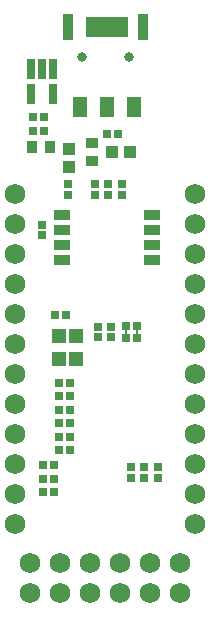
<source format=gbs>
G04 Layer_Color=16711935*
%FSLAX25Y25*%
%MOIN*%
G70*
G01*
G75*
%ADD26C,0.00600*%
%ADD61R,0.04343X0.03556*%
%ADD63R,0.02769X0.02769*%
%ADD64R,0.02769X0.02769*%
%ADD65C,0.03300*%
%ADD66R,0.03800X0.08800*%
%ADD67C,0.06800*%
%ADD69R,0.05800X0.03800*%
%ADD70R,0.02965X0.06509*%
%ADD71R,0.02965X0.06509*%
%ADD72R,0.04737X0.05131*%
%ADD73R,0.03556X0.04343*%
%ADD74R,0.14383X0.06902*%
%ADD75R,0.05131X0.06902*%
%ADD76R,0.05131X0.06902*%
%ADD77R,0.04300X0.04300*%
%ADD78R,0.04300X0.04300*%
D26*
X40642Y62000D02*
Y66000D01*
X37000Y62000D02*
Y66000D01*
D61*
X25500Y126953D02*
D03*
Y121047D02*
D03*
D63*
X40642Y62000D02*
D03*
X37000D02*
D03*
X40642Y66000D02*
D03*
X37000D02*
D03*
X12821Y10500D02*
D03*
X9179D02*
D03*
X14679Y38000D02*
D03*
X18321D02*
D03*
X14679Y33500D02*
D03*
X18321D02*
D03*
X9500Y131000D02*
D03*
X5858D02*
D03*
X9500Y135500D02*
D03*
X5858D02*
D03*
X34104Y130000D02*
D03*
X30463D02*
D03*
X13179Y69500D02*
D03*
X16821D02*
D03*
X9329Y15085D02*
D03*
X12971D02*
D03*
X9329Y19584D02*
D03*
X12971D02*
D03*
X18321Y47000D02*
D03*
X14679D02*
D03*
X18321Y42500D02*
D03*
X14679D02*
D03*
X18321Y29000D02*
D03*
X14679D02*
D03*
X18321Y24500D02*
D03*
X14679D02*
D03*
D64*
X31000Y113321D02*
D03*
Y109679D02*
D03*
X35500Y113321D02*
D03*
Y109679D02*
D03*
X26500Y113321D02*
D03*
Y109679D02*
D03*
X9000Y99821D02*
D03*
Y96179D02*
D03*
X38500Y15358D02*
D03*
Y19000D02*
D03*
X32000Y62179D02*
D03*
Y65821D02*
D03*
X17500Y113321D02*
D03*
Y109679D02*
D03*
X47500Y15358D02*
D03*
Y19000D02*
D03*
X43000Y15358D02*
D03*
Y19000D02*
D03*
X27500Y62179D02*
D03*
Y65821D02*
D03*
D65*
X22126Y155559D02*
D03*
X37874D02*
D03*
D66*
X17500Y165500D02*
D03*
X42500D02*
D03*
D67*
X4921Y-23031D02*
D03*
X14921D02*
D03*
X24921D02*
D03*
X34921D02*
D03*
X44921D02*
D03*
X54921D02*
D03*
X4921Y-13032D02*
D03*
X14921D02*
D03*
X24921D02*
D03*
X34921D02*
D03*
X44921D02*
D03*
X54921D02*
D03*
X59984Y109984D02*
D03*
Y99984D02*
D03*
Y89984D02*
D03*
Y79984D02*
D03*
Y69984D02*
D03*
Y59984D02*
D03*
Y49984D02*
D03*
Y39984D02*
D03*
Y29984D02*
D03*
Y19984D02*
D03*
Y9984D02*
D03*
Y-16D02*
D03*
X-16D02*
D03*
Y9984D02*
D03*
Y19984D02*
D03*
Y29984D02*
D03*
Y39984D02*
D03*
Y49984D02*
D03*
Y59984D02*
D03*
Y69984D02*
D03*
Y79984D02*
D03*
Y89984D02*
D03*
Y99984D02*
D03*
Y109984D02*
D03*
D69*
X15516Y88000D02*
D03*
Y93000D02*
D03*
Y98000D02*
D03*
Y103000D02*
D03*
X45500Y88000D02*
D03*
Y93000D02*
D03*
Y98000D02*
D03*
Y103000D02*
D03*
D70*
X5260Y143268D02*
D03*
X12740D02*
D03*
Y151732D02*
D03*
X9000D02*
D03*
D71*
X5260Y151732D02*
D03*
D72*
X20405Y55020D02*
D03*
X14500D02*
D03*
X20405Y62500D02*
D03*
X14500D02*
D03*
D73*
X5547Y125500D02*
D03*
X11453D02*
D03*
D74*
X30512Y165650D02*
D03*
D75*
X21457Y139075D02*
D03*
X30512D02*
D03*
D76*
X39567D02*
D03*
D77*
X38236Y124016D02*
D03*
X32236D02*
D03*
D78*
X17913Y125047D02*
D03*
Y119047D02*
D03*
M02*

</source>
